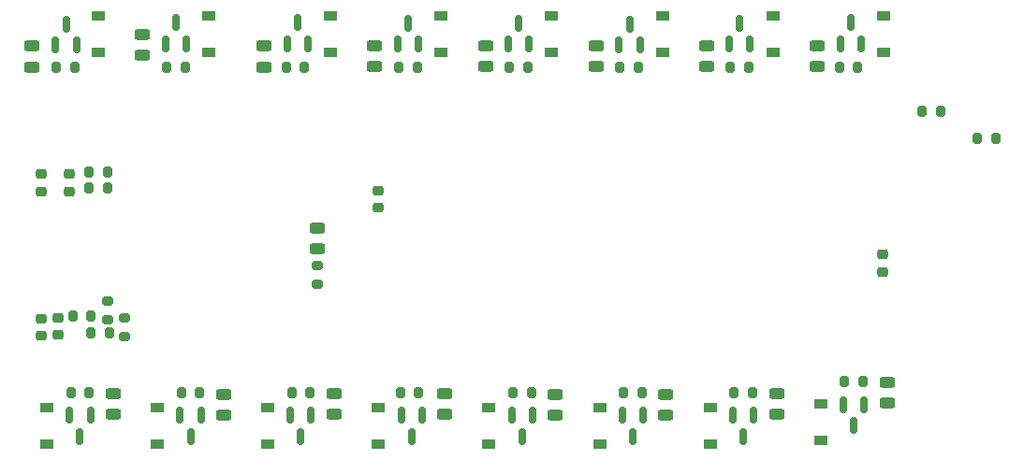
<source format=gbr>
%TF.GenerationSoftware,KiCad,Pcbnew,6.0.8-f2edbf62ab~116~ubuntu22.04.1*%
%TF.CreationDate,2022-10-03T01:52:06+02:00*%
%TF.ProjectId,relay_brd,72656c61-795f-4627-9264-2e6b69636164,rev?*%
%TF.SameCoordinates,Original*%
%TF.FileFunction,Paste,Top*%
%TF.FilePolarity,Positive*%
%FSLAX46Y46*%
G04 Gerber Fmt 4.6, Leading zero omitted, Abs format (unit mm)*
G04 Created by KiCad (PCBNEW 6.0.8-f2edbf62ab~116~ubuntu22.04.1) date 2022-10-03 01:52:06*
%MOMM*%
%LPD*%
G01*
G04 APERTURE LIST*
G04 Aperture macros list*
%AMRoundRect*
0 Rectangle with rounded corners*
0 $1 Rounding radius*
0 $2 $3 $4 $5 $6 $7 $8 $9 X,Y pos of 4 corners*
0 Add a 4 corners polygon primitive as box body*
4,1,4,$2,$3,$4,$5,$6,$7,$8,$9,$2,$3,0*
0 Add four circle primitives for the rounded corners*
1,1,$1+$1,$2,$3*
1,1,$1+$1,$4,$5*
1,1,$1+$1,$6,$7*
1,1,$1+$1,$8,$9*
0 Add four rect primitives between the rounded corners*
20,1,$1+$1,$2,$3,$4,$5,0*
20,1,$1+$1,$4,$5,$6,$7,0*
20,1,$1+$1,$6,$7,$8,$9,0*
20,1,$1+$1,$8,$9,$2,$3,0*%
G04 Aperture macros list end*
%ADD10RoundRect,0.200000X0.200000X0.275000X-0.200000X0.275000X-0.200000X-0.275000X0.200000X-0.275000X0*%
%ADD11RoundRect,0.150000X-0.150000X0.587500X-0.150000X-0.587500X0.150000X-0.587500X0.150000X0.587500X0*%
%ADD12RoundRect,0.200000X-0.200000X-0.275000X0.200000X-0.275000X0.200000X0.275000X-0.200000X0.275000X0*%
%ADD13RoundRect,0.243750X0.456250X-0.243750X0.456250X0.243750X-0.456250X0.243750X-0.456250X-0.243750X0*%
%ADD14RoundRect,0.200000X-0.275000X0.200000X-0.275000X-0.200000X0.275000X-0.200000X0.275000X0.200000X0*%
%ADD15R,1.200000X0.900000*%
%ADD16RoundRect,0.150000X0.150000X-0.587500X0.150000X0.587500X-0.150000X0.587500X-0.150000X-0.587500X0*%
%ADD17RoundRect,0.225000X-0.250000X0.225000X-0.250000X-0.225000X0.250000X-0.225000X0.250000X0.225000X0*%
%ADD18RoundRect,0.243750X-0.456250X0.243750X-0.456250X-0.243750X0.456250X-0.243750X0.456250X0.243750X0*%
%ADD19RoundRect,0.200000X0.275000X-0.200000X0.275000X0.200000X-0.275000X0.200000X-0.275000X-0.200000X0*%
%ADD20RoundRect,0.225000X0.250000X-0.225000X0.250000X0.225000X-0.250000X0.225000X-0.250000X-0.225000X0*%
G04 APERTURE END LIST*
D10*
%TO.C,R2*%
X126325000Y-114500000D03*
X124675000Y-114500000D03*
%TD*%
D11*
%TO.C,Q7*%
X176450000Y-116562500D03*
X174550000Y-116562500D03*
X175500000Y-118437500D03*
%TD*%
D12*
%TO.C,R13*%
X144350000Y-85000000D03*
X146000000Y-85000000D03*
%TD*%
D10*
%TO.C,R20*%
X193350000Y-89000000D03*
X191700000Y-89000000D03*
%TD*%
D12*
%TO.C,R9*%
X184175000Y-85000000D03*
X185825000Y-85000000D03*
%TD*%
D13*
%TO.C,LD15*%
X121175000Y-83937500D03*
X121175000Y-82062500D03*
%TD*%
D14*
%TO.C,R17*%
X119500000Y-107730000D03*
X119500000Y-109380000D03*
%TD*%
D12*
%TO.C,R21*%
X114850000Y-107555000D03*
X116500000Y-107555000D03*
%TD*%
D10*
%TO.C,R1*%
X116325000Y-114500000D03*
X114675000Y-114500000D03*
%TD*%
%TO.C,R5*%
X156325000Y-114500000D03*
X154675000Y-114500000D03*
%TD*%
D15*
%TO.C,D10*%
X178175000Y-83650000D03*
X178175000Y-80350000D03*
%TD*%
D16*
%TO.C,Q10*%
X174225000Y-82937500D03*
X176125000Y-82937500D03*
X175175000Y-81062500D03*
%TD*%
D13*
%TO.C,LD11*%
X162175000Y-84937500D03*
X162175000Y-83062500D03*
%TD*%
D12*
%TO.C,R15*%
X123350000Y-85000000D03*
X125000000Y-85000000D03*
%TD*%
D17*
%TO.C,C7*%
X114500000Y-94725000D03*
X114500000Y-96275000D03*
%TD*%
D13*
%TO.C,LD13*%
X142175000Y-84937500D03*
X142175000Y-83062500D03*
%TD*%
D10*
%TO.C,R22*%
X198325000Y-91500000D03*
X196675000Y-91500000D03*
%TD*%
D12*
%TO.C,R16*%
X113350000Y-85000000D03*
X115000000Y-85000000D03*
%TD*%
D11*
%TO.C,Q4*%
X146450000Y-116562500D03*
X144550000Y-116562500D03*
X145500000Y-118437500D03*
%TD*%
D16*
%TO.C,Q15*%
X123225000Y-82875000D03*
X125125000Y-82875000D03*
X124175000Y-81000000D03*
%TD*%
D15*
%TO.C,D1*%
X112500000Y-115850000D03*
X112500000Y-119150000D03*
%TD*%
D11*
%TO.C,Q5*%
X156450000Y-116562500D03*
X154550000Y-116562500D03*
X155500000Y-118437500D03*
%TD*%
D13*
%TO.C,LD10*%
X172175000Y-84937500D03*
X172175000Y-83062500D03*
%TD*%
D16*
%TO.C,Q13*%
X144225000Y-82937500D03*
X146125000Y-82937500D03*
X145175000Y-81062500D03*
%TD*%
D10*
%TO.C,R7*%
X176325000Y-114500000D03*
X174675000Y-114500000D03*
%TD*%
D18*
%TO.C,LD6*%
X168500000Y-114625000D03*
X168500000Y-116500000D03*
%TD*%
%TO.C,LD2*%
X128500000Y-114625000D03*
X128500000Y-116500000D03*
%TD*%
D15*
%TO.C,D3*%
X132500000Y-115850000D03*
X132500000Y-119150000D03*
%TD*%
D10*
%TO.C,R24*%
X118000000Y-95977500D03*
X116350000Y-95977500D03*
%TD*%
D15*
%TO.C,D4*%
X142500000Y-115850000D03*
X142500000Y-119150000D03*
%TD*%
%TO.C,D5*%
X152500000Y-115850000D03*
X152500000Y-119150000D03*
%TD*%
%TO.C,D12*%
X158175000Y-83650000D03*
X158175000Y-80350000D03*
%TD*%
D17*
%TO.C,C1*%
X112000000Y-107780000D03*
X112000000Y-109330000D03*
%TD*%
D18*
%TO.C,LD1*%
X118500000Y-114562500D03*
X118500000Y-116437500D03*
%TD*%
D14*
%TO.C,R25*%
X137000000Y-103000000D03*
X137000000Y-104650000D03*
%TD*%
D16*
%TO.C,Q16*%
X113287500Y-82987500D03*
X115187500Y-82987500D03*
X114237500Y-81112500D03*
%TD*%
D11*
%TO.C,Q3*%
X136387500Y-116562500D03*
X134487500Y-116562500D03*
X135437500Y-118437500D03*
%TD*%
D16*
%TO.C,Q11*%
X164275000Y-83000000D03*
X166175000Y-83000000D03*
X165225000Y-81125000D03*
%TD*%
D11*
%TO.C,Q1*%
X116450000Y-116562500D03*
X114550000Y-116562500D03*
X115500000Y-118437500D03*
%TD*%
D15*
%TO.C,D6*%
X162500000Y-115850000D03*
X162500000Y-119150000D03*
%TD*%
%TO.C,D7*%
X172500000Y-115850000D03*
X172500000Y-119150000D03*
%TD*%
D19*
%TO.C,R18*%
X118000000Y-107880000D03*
X118000000Y-106230000D03*
%TD*%
D18*
%TO.C,LD7*%
X178500000Y-114562500D03*
X178500000Y-116437500D03*
%TD*%
D17*
%TO.C,C10*%
X142500000Y-96225000D03*
X142500000Y-97775000D03*
%TD*%
D11*
%TO.C,Q8*%
X186450000Y-115562500D03*
X184550000Y-115562500D03*
X185500000Y-117437500D03*
%TD*%
D10*
%TO.C,R6*%
X166325000Y-114500000D03*
X164675000Y-114500000D03*
%TD*%
D15*
%TO.C,D14*%
X138175000Y-83650000D03*
X138175000Y-80350000D03*
%TD*%
%TO.C,D15*%
X127175000Y-83650000D03*
X127175000Y-80350000D03*
%TD*%
D10*
%TO.C,R4*%
X146150000Y-114500000D03*
X144500000Y-114500000D03*
%TD*%
D15*
%TO.C,D9*%
X188175000Y-83650000D03*
X188175000Y-80350000D03*
%TD*%
D13*
%TO.C,LD12*%
X152175000Y-84937500D03*
X152175000Y-83062500D03*
%TD*%
%TO.C,LD14*%
X132175000Y-85000000D03*
X132175000Y-83125000D03*
%TD*%
D17*
%TO.C,C4*%
X113500000Y-107705000D03*
X113500000Y-109255000D03*
%TD*%
D18*
%TO.C,LD8*%
X188500000Y-113562500D03*
X188500000Y-115437500D03*
%TD*%
D13*
%TO.C,LD16*%
X111175000Y-85000000D03*
X111175000Y-83125000D03*
%TD*%
D20*
%TO.C,C8*%
X188120000Y-103550000D03*
X188120000Y-102000000D03*
%TD*%
D10*
%TO.C,R8*%
X186325000Y-113500000D03*
X184675000Y-113500000D03*
%TD*%
D12*
%TO.C,R23*%
X116350000Y-94477500D03*
X118000000Y-94477500D03*
%TD*%
D15*
%TO.C,D11*%
X168175000Y-83650000D03*
X168175000Y-80350000D03*
%TD*%
D17*
%TO.C,C3*%
X112000000Y-94725000D03*
X112000000Y-96275000D03*
%TD*%
D15*
%TO.C,D16*%
X117175000Y-83650000D03*
X117175000Y-80350000D03*
%TD*%
D16*
%TO.C,Q9*%
X184287500Y-82875000D03*
X186187500Y-82875000D03*
X185237500Y-81000000D03*
%TD*%
D15*
%TO.C,D13*%
X148175000Y-83650000D03*
X148175000Y-80350000D03*
%TD*%
%TO.C,D8*%
X182500000Y-115500000D03*
X182500000Y-118800000D03*
%TD*%
D11*
%TO.C,Q2*%
X126450000Y-116562500D03*
X124550000Y-116562500D03*
X125500000Y-118437500D03*
%TD*%
D12*
%TO.C,R10*%
X174350000Y-85000000D03*
X176000000Y-85000000D03*
%TD*%
D13*
%TO.C,LD17*%
X137000000Y-101437500D03*
X137000000Y-99562500D03*
%TD*%
D18*
%TO.C,LD3*%
X138500000Y-114562500D03*
X138500000Y-116437500D03*
%TD*%
D11*
%TO.C,Q6*%
X166450000Y-116562500D03*
X164550000Y-116562500D03*
X165500000Y-118437500D03*
%TD*%
D12*
%TO.C,R11*%
X164350000Y-85000000D03*
X166000000Y-85000000D03*
%TD*%
D10*
%TO.C,R3*%
X136325000Y-114500000D03*
X134675000Y-114500000D03*
%TD*%
D18*
%TO.C,LD4*%
X148500000Y-114562500D03*
X148500000Y-116437500D03*
%TD*%
D12*
%TO.C,R14*%
X134175000Y-85000000D03*
X135825000Y-85000000D03*
%TD*%
D15*
%TO.C,D2*%
X122500000Y-115850000D03*
X122500000Y-119150000D03*
%TD*%
D13*
%TO.C,LD9*%
X182175000Y-84937500D03*
X182175000Y-83062500D03*
%TD*%
D12*
%TO.C,R12*%
X154350000Y-85000000D03*
X156000000Y-85000000D03*
%TD*%
D18*
%TO.C,LD5*%
X158500000Y-114625000D03*
X158500000Y-116500000D03*
%TD*%
D12*
%TO.C,R19*%
X116500000Y-109055000D03*
X118150000Y-109055000D03*
%TD*%
D16*
%TO.C,Q14*%
X134225000Y-82875000D03*
X136125000Y-82875000D03*
X135175000Y-81000000D03*
%TD*%
%TO.C,Q12*%
X154225000Y-82937500D03*
X156125000Y-82937500D03*
X155175000Y-81062500D03*
%TD*%
M02*

</source>
